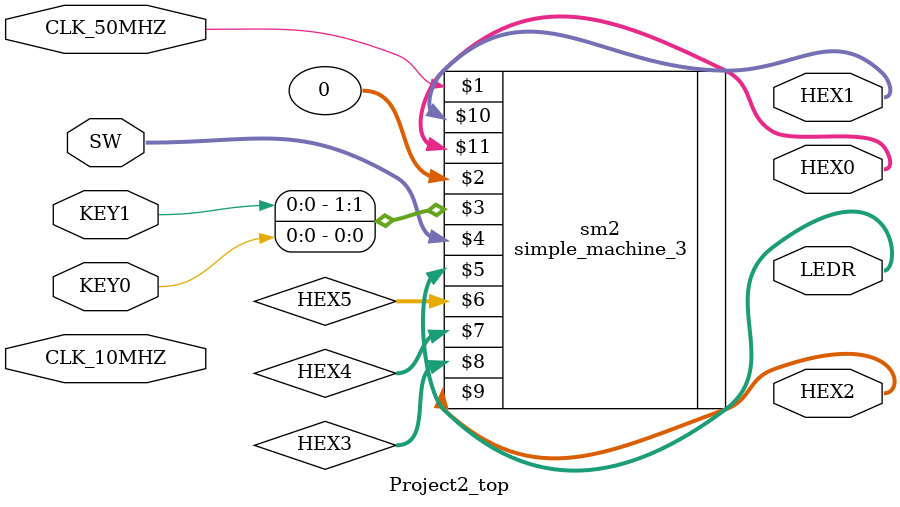
<source format=v>


module Project2_top(
	output	[7:0] HEX0,
	output	[7:0] HEX1,
	output	[7:0] HEX2,
	output	[9:0] LEDR,
	input	[9:0] SW,
	input	KEY0,
	input	KEY1,
	input	CLK_50MHZ,
	input   CLK_10MHZ
);

wire [7:0] HEX5, HEX4, HEX3;

simple_machine_3 sm2(CLK_50MHZ, 0, {KEY1, KEY0}, SW, LEDR, HEX5, HEX4, HEX3, HEX2, HEX1, HEX0);
//simple_machine_3 sm2(MAX10_CLK2_50, 0, KEY, SW, LEDR, HEX5, HEX4, HEX3, HEX2, HEX1, HEX0);

endmodule

</source>
